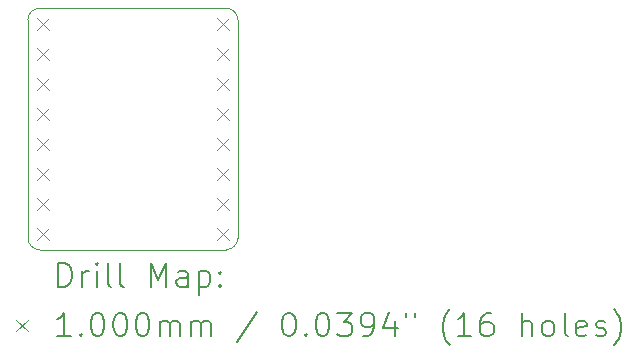
<source format=gbr>
%TF.GenerationSoftware,KiCad,Pcbnew,9.0.6*%
%TF.CreationDate,2026-01-08T00:16:11-06:00*%
%TF.ProjectId,SMDIP-16_7.62x19.84_P2.54,534d4449-502d-4313-965f-372e36327831,rev?*%
%TF.SameCoordinates,Original*%
%TF.FileFunction,Drillmap*%
%TF.FilePolarity,Positive*%
%FSLAX45Y45*%
G04 Gerber Fmt 4.5, Leading zero omitted, Abs format (unit mm)*
G04 Created by KiCad (PCBNEW 9.0.6) date 2026-01-08 00:16:11*
%MOMM*%
%LPD*%
G01*
G04 APERTURE LIST*
%ADD10C,0.050000*%
%ADD11C,0.200000*%
%ADD12C,0.100000*%
G04 APERTURE END LIST*
D10*
X14251000Y-8756755D02*
G75*
G02*
X14350995Y-8856755I0J-99995D01*
G01*
X12673000Y-8756755D02*
X14251000Y-8756755D01*
X14351000Y-8856755D02*
X14351000Y-10701245D01*
X12673000Y-10801245D02*
G75*
G02*
X12573005Y-10701245I0J99995D01*
G01*
X14251000Y-10801245D02*
X12673000Y-10801245D01*
X14351000Y-10701245D02*
G75*
G02*
X14251000Y-10801250I-100000J-5D01*
G01*
X12573000Y-10701245D02*
X12573000Y-8856755D01*
X12573000Y-8856755D02*
G75*
G02*
X12673000Y-8756760I99990J5D01*
G01*
D11*
D12*
X12649523Y-8840000D02*
X12749523Y-8940000D01*
X12749523Y-8840000D02*
X12649523Y-8940000D01*
X12649523Y-9094000D02*
X12749523Y-9194000D01*
X12749523Y-9094000D02*
X12649523Y-9194000D01*
X12649523Y-9348000D02*
X12749523Y-9448000D01*
X12749523Y-9348000D02*
X12649523Y-9448000D01*
X12649523Y-9602000D02*
X12749523Y-9702000D01*
X12749523Y-9602000D02*
X12649523Y-9702000D01*
X12649523Y-9856000D02*
X12749523Y-9956000D01*
X12749523Y-9856000D02*
X12649523Y-9956000D01*
X12649523Y-10110000D02*
X12749523Y-10210000D01*
X12749523Y-10110000D02*
X12649523Y-10210000D01*
X12649523Y-10364000D02*
X12749523Y-10464000D01*
X12749523Y-10364000D02*
X12649523Y-10464000D01*
X12649523Y-10618000D02*
X12749523Y-10718000D01*
X12749523Y-10618000D02*
X12649523Y-10718000D01*
X14173523Y-8840000D02*
X14273523Y-8940000D01*
X14273523Y-8840000D02*
X14173523Y-8940000D01*
X14173523Y-9094000D02*
X14273523Y-9194000D01*
X14273523Y-9094000D02*
X14173523Y-9194000D01*
X14173523Y-9348000D02*
X14273523Y-9448000D01*
X14273523Y-9348000D02*
X14173523Y-9448000D01*
X14173523Y-9602000D02*
X14273523Y-9702000D01*
X14273523Y-9602000D02*
X14173523Y-9702000D01*
X14173523Y-9856000D02*
X14273523Y-9956000D01*
X14273523Y-9856000D02*
X14173523Y-9956000D01*
X14173523Y-10110000D02*
X14273523Y-10210000D01*
X14273523Y-10110000D02*
X14173523Y-10210000D01*
X14173523Y-10364000D02*
X14273523Y-10464000D01*
X14273523Y-10364000D02*
X14173523Y-10464000D01*
X14173523Y-10618000D02*
X14273523Y-10718000D01*
X14273523Y-10618000D02*
X14173523Y-10718000D01*
D11*
X12831277Y-11115229D02*
X12831277Y-10915229D01*
X12831277Y-10915229D02*
X12878896Y-10915229D01*
X12878896Y-10915229D02*
X12907467Y-10924753D01*
X12907467Y-10924753D02*
X12926515Y-10943801D01*
X12926515Y-10943801D02*
X12936039Y-10962848D01*
X12936039Y-10962848D02*
X12945562Y-11000943D01*
X12945562Y-11000943D02*
X12945562Y-11029515D01*
X12945562Y-11029515D02*
X12936039Y-11067610D01*
X12936039Y-11067610D02*
X12926515Y-11086658D01*
X12926515Y-11086658D02*
X12907467Y-11105705D01*
X12907467Y-11105705D02*
X12878896Y-11115229D01*
X12878896Y-11115229D02*
X12831277Y-11115229D01*
X13031277Y-11115229D02*
X13031277Y-10981896D01*
X13031277Y-11019991D02*
X13040801Y-11000943D01*
X13040801Y-11000943D02*
X13050324Y-10991420D01*
X13050324Y-10991420D02*
X13069372Y-10981896D01*
X13069372Y-10981896D02*
X13088420Y-10981896D01*
X13155086Y-11115229D02*
X13155086Y-10981896D01*
X13155086Y-10915229D02*
X13145562Y-10924753D01*
X13145562Y-10924753D02*
X13155086Y-10934277D01*
X13155086Y-10934277D02*
X13164610Y-10924753D01*
X13164610Y-10924753D02*
X13155086Y-10915229D01*
X13155086Y-10915229D02*
X13155086Y-10934277D01*
X13278896Y-11115229D02*
X13259848Y-11105705D01*
X13259848Y-11105705D02*
X13250324Y-11086658D01*
X13250324Y-11086658D02*
X13250324Y-10915229D01*
X13383658Y-11115229D02*
X13364610Y-11105705D01*
X13364610Y-11105705D02*
X13355086Y-11086658D01*
X13355086Y-11086658D02*
X13355086Y-10915229D01*
X13612229Y-11115229D02*
X13612229Y-10915229D01*
X13612229Y-10915229D02*
X13678896Y-11058086D01*
X13678896Y-11058086D02*
X13745562Y-10915229D01*
X13745562Y-10915229D02*
X13745562Y-11115229D01*
X13926515Y-11115229D02*
X13926515Y-11010467D01*
X13926515Y-11010467D02*
X13916991Y-10991420D01*
X13916991Y-10991420D02*
X13897943Y-10981896D01*
X13897943Y-10981896D02*
X13859848Y-10981896D01*
X13859848Y-10981896D02*
X13840801Y-10991420D01*
X13926515Y-11105705D02*
X13907467Y-11115229D01*
X13907467Y-11115229D02*
X13859848Y-11115229D01*
X13859848Y-11115229D02*
X13840801Y-11105705D01*
X13840801Y-11105705D02*
X13831277Y-11086658D01*
X13831277Y-11086658D02*
X13831277Y-11067610D01*
X13831277Y-11067610D02*
X13840801Y-11048562D01*
X13840801Y-11048562D02*
X13859848Y-11039039D01*
X13859848Y-11039039D02*
X13907467Y-11039039D01*
X13907467Y-11039039D02*
X13926515Y-11029515D01*
X14021753Y-10981896D02*
X14021753Y-11181896D01*
X14021753Y-10991420D02*
X14040801Y-10981896D01*
X14040801Y-10981896D02*
X14078896Y-10981896D01*
X14078896Y-10981896D02*
X14097943Y-10991420D01*
X14097943Y-10991420D02*
X14107467Y-11000943D01*
X14107467Y-11000943D02*
X14116991Y-11019991D01*
X14116991Y-11019991D02*
X14116991Y-11077134D01*
X14116991Y-11077134D02*
X14107467Y-11096181D01*
X14107467Y-11096181D02*
X14097943Y-11105705D01*
X14097943Y-11105705D02*
X14078896Y-11115229D01*
X14078896Y-11115229D02*
X14040801Y-11115229D01*
X14040801Y-11115229D02*
X14021753Y-11105705D01*
X14202705Y-11096181D02*
X14212229Y-11105705D01*
X14212229Y-11105705D02*
X14202705Y-11115229D01*
X14202705Y-11115229D02*
X14193182Y-11105705D01*
X14193182Y-11105705D02*
X14202705Y-11096181D01*
X14202705Y-11096181D02*
X14202705Y-11115229D01*
X14202705Y-10991420D02*
X14212229Y-11000943D01*
X14212229Y-11000943D02*
X14202705Y-11010467D01*
X14202705Y-11010467D02*
X14193182Y-11000943D01*
X14193182Y-11000943D02*
X14202705Y-10991420D01*
X14202705Y-10991420D02*
X14202705Y-11010467D01*
D12*
X12470500Y-11393745D02*
X12570500Y-11493745D01*
X12570500Y-11393745D02*
X12470500Y-11493745D01*
D11*
X12936039Y-11535229D02*
X12821753Y-11535229D01*
X12878896Y-11535229D02*
X12878896Y-11335229D01*
X12878896Y-11335229D02*
X12859848Y-11363800D01*
X12859848Y-11363800D02*
X12840801Y-11382848D01*
X12840801Y-11382848D02*
X12821753Y-11392372D01*
X13021753Y-11516181D02*
X13031277Y-11525705D01*
X13031277Y-11525705D02*
X13021753Y-11535229D01*
X13021753Y-11535229D02*
X13012229Y-11525705D01*
X13012229Y-11525705D02*
X13021753Y-11516181D01*
X13021753Y-11516181D02*
X13021753Y-11535229D01*
X13155086Y-11335229D02*
X13174134Y-11335229D01*
X13174134Y-11335229D02*
X13193182Y-11344753D01*
X13193182Y-11344753D02*
X13202705Y-11354277D01*
X13202705Y-11354277D02*
X13212229Y-11373324D01*
X13212229Y-11373324D02*
X13221753Y-11411419D01*
X13221753Y-11411419D02*
X13221753Y-11459039D01*
X13221753Y-11459039D02*
X13212229Y-11497134D01*
X13212229Y-11497134D02*
X13202705Y-11516181D01*
X13202705Y-11516181D02*
X13193182Y-11525705D01*
X13193182Y-11525705D02*
X13174134Y-11535229D01*
X13174134Y-11535229D02*
X13155086Y-11535229D01*
X13155086Y-11535229D02*
X13136039Y-11525705D01*
X13136039Y-11525705D02*
X13126515Y-11516181D01*
X13126515Y-11516181D02*
X13116991Y-11497134D01*
X13116991Y-11497134D02*
X13107467Y-11459039D01*
X13107467Y-11459039D02*
X13107467Y-11411419D01*
X13107467Y-11411419D02*
X13116991Y-11373324D01*
X13116991Y-11373324D02*
X13126515Y-11354277D01*
X13126515Y-11354277D02*
X13136039Y-11344753D01*
X13136039Y-11344753D02*
X13155086Y-11335229D01*
X13345562Y-11335229D02*
X13364610Y-11335229D01*
X13364610Y-11335229D02*
X13383658Y-11344753D01*
X13383658Y-11344753D02*
X13393182Y-11354277D01*
X13393182Y-11354277D02*
X13402705Y-11373324D01*
X13402705Y-11373324D02*
X13412229Y-11411419D01*
X13412229Y-11411419D02*
X13412229Y-11459039D01*
X13412229Y-11459039D02*
X13402705Y-11497134D01*
X13402705Y-11497134D02*
X13393182Y-11516181D01*
X13393182Y-11516181D02*
X13383658Y-11525705D01*
X13383658Y-11525705D02*
X13364610Y-11535229D01*
X13364610Y-11535229D02*
X13345562Y-11535229D01*
X13345562Y-11535229D02*
X13326515Y-11525705D01*
X13326515Y-11525705D02*
X13316991Y-11516181D01*
X13316991Y-11516181D02*
X13307467Y-11497134D01*
X13307467Y-11497134D02*
X13297943Y-11459039D01*
X13297943Y-11459039D02*
X13297943Y-11411419D01*
X13297943Y-11411419D02*
X13307467Y-11373324D01*
X13307467Y-11373324D02*
X13316991Y-11354277D01*
X13316991Y-11354277D02*
X13326515Y-11344753D01*
X13326515Y-11344753D02*
X13345562Y-11335229D01*
X13536039Y-11335229D02*
X13555086Y-11335229D01*
X13555086Y-11335229D02*
X13574134Y-11344753D01*
X13574134Y-11344753D02*
X13583658Y-11354277D01*
X13583658Y-11354277D02*
X13593182Y-11373324D01*
X13593182Y-11373324D02*
X13602705Y-11411419D01*
X13602705Y-11411419D02*
X13602705Y-11459039D01*
X13602705Y-11459039D02*
X13593182Y-11497134D01*
X13593182Y-11497134D02*
X13583658Y-11516181D01*
X13583658Y-11516181D02*
X13574134Y-11525705D01*
X13574134Y-11525705D02*
X13555086Y-11535229D01*
X13555086Y-11535229D02*
X13536039Y-11535229D01*
X13536039Y-11535229D02*
X13516991Y-11525705D01*
X13516991Y-11525705D02*
X13507467Y-11516181D01*
X13507467Y-11516181D02*
X13497943Y-11497134D01*
X13497943Y-11497134D02*
X13488420Y-11459039D01*
X13488420Y-11459039D02*
X13488420Y-11411419D01*
X13488420Y-11411419D02*
X13497943Y-11373324D01*
X13497943Y-11373324D02*
X13507467Y-11354277D01*
X13507467Y-11354277D02*
X13516991Y-11344753D01*
X13516991Y-11344753D02*
X13536039Y-11335229D01*
X13688420Y-11535229D02*
X13688420Y-11401896D01*
X13688420Y-11420943D02*
X13697943Y-11411419D01*
X13697943Y-11411419D02*
X13716991Y-11401896D01*
X13716991Y-11401896D02*
X13745563Y-11401896D01*
X13745563Y-11401896D02*
X13764610Y-11411419D01*
X13764610Y-11411419D02*
X13774134Y-11430467D01*
X13774134Y-11430467D02*
X13774134Y-11535229D01*
X13774134Y-11430467D02*
X13783658Y-11411419D01*
X13783658Y-11411419D02*
X13802705Y-11401896D01*
X13802705Y-11401896D02*
X13831277Y-11401896D01*
X13831277Y-11401896D02*
X13850324Y-11411419D01*
X13850324Y-11411419D02*
X13859848Y-11430467D01*
X13859848Y-11430467D02*
X13859848Y-11535229D01*
X13955086Y-11535229D02*
X13955086Y-11401896D01*
X13955086Y-11420943D02*
X13964610Y-11411419D01*
X13964610Y-11411419D02*
X13983658Y-11401896D01*
X13983658Y-11401896D02*
X14012229Y-11401896D01*
X14012229Y-11401896D02*
X14031277Y-11411419D01*
X14031277Y-11411419D02*
X14040801Y-11430467D01*
X14040801Y-11430467D02*
X14040801Y-11535229D01*
X14040801Y-11430467D02*
X14050324Y-11411419D01*
X14050324Y-11411419D02*
X14069372Y-11401896D01*
X14069372Y-11401896D02*
X14097943Y-11401896D01*
X14097943Y-11401896D02*
X14116991Y-11411419D01*
X14116991Y-11411419D02*
X14126515Y-11430467D01*
X14126515Y-11430467D02*
X14126515Y-11535229D01*
X14516991Y-11325705D02*
X14345563Y-11582848D01*
X14774134Y-11335229D02*
X14793182Y-11335229D01*
X14793182Y-11335229D02*
X14812229Y-11344753D01*
X14812229Y-11344753D02*
X14821753Y-11354277D01*
X14821753Y-11354277D02*
X14831277Y-11373324D01*
X14831277Y-11373324D02*
X14840801Y-11411419D01*
X14840801Y-11411419D02*
X14840801Y-11459039D01*
X14840801Y-11459039D02*
X14831277Y-11497134D01*
X14831277Y-11497134D02*
X14821753Y-11516181D01*
X14821753Y-11516181D02*
X14812229Y-11525705D01*
X14812229Y-11525705D02*
X14793182Y-11535229D01*
X14793182Y-11535229D02*
X14774134Y-11535229D01*
X14774134Y-11535229D02*
X14755086Y-11525705D01*
X14755086Y-11525705D02*
X14745563Y-11516181D01*
X14745563Y-11516181D02*
X14736039Y-11497134D01*
X14736039Y-11497134D02*
X14726515Y-11459039D01*
X14726515Y-11459039D02*
X14726515Y-11411419D01*
X14726515Y-11411419D02*
X14736039Y-11373324D01*
X14736039Y-11373324D02*
X14745563Y-11354277D01*
X14745563Y-11354277D02*
X14755086Y-11344753D01*
X14755086Y-11344753D02*
X14774134Y-11335229D01*
X14926515Y-11516181D02*
X14936039Y-11525705D01*
X14936039Y-11525705D02*
X14926515Y-11535229D01*
X14926515Y-11535229D02*
X14916991Y-11525705D01*
X14916991Y-11525705D02*
X14926515Y-11516181D01*
X14926515Y-11516181D02*
X14926515Y-11535229D01*
X15059848Y-11335229D02*
X15078896Y-11335229D01*
X15078896Y-11335229D02*
X15097944Y-11344753D01*
X15097944Y-11344753D02*
X15107467Y-11354277D01*
X15107467Y-11354277D02*
X15116991Y-11373324D01*
X15116991Y-11373324D02*
X15126515Y-11411419D01*
X15126515Y-11411419D02*
X15126515Y-11459039D01*
X15126515Y-11459039D02*
X15116991Y-11497134D01*
X15116991Y-11497134D02*
X15107467Y-11516181D01*
X15107467Y-11516181D02*
X15097944Y-11525705D01*
X15097944Y-11525705D02*
X15078896Y-11535229D01*
X15078896Y-11535229D02*
X15059848Y-11535229D01*
X15059848Y-11535229D02*
X15040801Y-11525705D01*
X15040801Y-11525705D02*
X15031277Y-11516181D01*
X15031277Y-11516181D02*
X15021753Y-11497134D01*
X15021753Y-11497134D02*
X15012229Y-11459039D01*
X15012229Y-11459039D02*
X15012229Y-11411419D01*
X15012229Y-11411419D02*
X15021753Y-11373324D01*
X15021753Y-11373324D02*
X15031277Y-11354277D01*
X15031277Y-11354277D02*
X15040801Y-11344753D01*
X15040801Y-11344753D02*
X15059848Y-11335229D01*
X15193182Y-11335229D02*
X15316991Y-11335229D01*
X15316991Y-11335229D02*
X15250325Y-11411419D01*
X15250325Y-11411419D02*
X15278896Y-11411419D01*
X15278896Y-11411419D02*
X15297944Y-11420943D01*
X15297944Y-11420943D02*
X15307467Y-11430467D01*
X15307467Y-11430467D02*
X15316991Y-11449515D01*
X15316991Y-11449515D02*
X15316991Y-11497134D01*
X15316991Y-11497134D02*
X15307467Y-11516181D01*
X15307467Y-11516181D02*
X15297944Y-11525705D01*
X15297944Y-11525705D02*
X15278896Y-11535229D01*
X15278896Y-11535229D02*
X15221753Y-11535229D01*
X15221753Y-11535229D02*
X15202706Y-11525705D01*
X15202706Y-11525705D02*
X15193182Y-11516181D01*
X15412229Y-11535229D02*
X15450325Y-11535229D01*
X15450325Y-11535229D02*
X15469372Y-11525705D01*
X15469372Y-11525705D02*
X15478896Y-11516181D01*
X15478896Y-11516181D02*
X15497944Y-11487610D01*
X15497944Y-11487610D02*
X15507467Y-11449515D01*
X15507467Y-11449515D02*
X15507467Y-11373324D01*
X15507467Y-11373324D02*
X15497944Y-11354277D01*
X15497944Y-11354277D02*
X15488420Y-11344753D01*
X15488420Y-11344753D02*
X15469372Y-11335229D01*
X15469372Y-11335229D02*
X15431277Y-11335229D01*
X15431277Y-11335229D02*
X15412229Y-11344753D01*
X15412229Y-11344753D02*
X15402706Y-11354277D01*
X15402706Y-11354277D02*
X15393182Y-11373324D01*
X15393182Y-11373324D02*
X15393182Y-11420943D01*
X15393182Y-11420943D02*
X15402706Y-11439991D01*
X15402706Y-11439991D02*
X15412229Y-11449515D01*
X15412229Y-11449515D02*
X15431277Y-11459039D01*
X15431277Y-11459039D02*
X15469372Y-11459039D01*
X15469372Y-11459039D02*
X15488420Y-11449515D01*
X15488420Y-11449515D02*
X15497944Y-11439991D01*
X15497944Y-11439991D02*
X15507467Y-11420943D01*
X15678896Y-11401896D02*
X15678896Y-11535229D01*
X15631277Y-11325705D02*
X15583658Y-11468562D01*
X15583658Y-11468562D02*
X15707467Y-11468562D01*
X15774134Y-11335229D02*
X15774134Y-11373324D01*
X15850325Y-11335229D02*
X15850325Y-11373324D01*
X16145563Y-11611419D02*
X16136039Y-11601896D01*
X16136039Y-11601896D02*
X16116991Y-11573324D01*
X16116991Y-11573324D02*
X16107468Y-11554277D01*
X16107468Y-11554277D02*
X16097944Y-11525705D01*
X16097944Y-11525705D02*
X16088420Y-11478086D01*
X16088420Y-11478086D02*
X16088420Y-11439991D01*
X16088420Y-11439991D02*
X16097944Y-11392372D01*
X16097944Y-11392372D02*
X16107468Y-11363800D01*
X16107468Y-11363800D02*
X16116991Y-11344753D01*
X16116991Y-11344753D02*
X16136039Y-11316181D01*
X16136039Y-11316181D02*
X16145563Y-11306658D01*
X16326515Y-11535229D02*
X16212229Y-11535229D01*
X16269372Y-11535229D02*
X16269372Y-11335229D01*
X16269372Y-11335229D02*
X16250325Y-11363800D01*
X16250325Y-11363800D02*
X16231277Y-11382848D01*
X16231277Y-11382848D02*
X16212229Y-11392372D01*
X16497944Y-11335229D02*
X16459848Y-11335229D01*
X16459848Y-11335229D02*
X16440801Y-11344753D01*
X16440801Y-11344753D02*
X16431277Y-11354277D01*
X16431277Y-11354277D02*
X16412229Y-11382848D01*
X16412229Y-11382848D02*
X16402706Y-11420943D01*
X16402706Y-11420943D02*
X16402706Y-11497134D01*
X16402706Y-11497134D02*
X16412229Y-11516181D01*
X16412229Y-11516181D02*
X16421753Y-11525705D01*
X16421753Y-11525705D02*
X16440801Y-11535229D01*
X16440801Y-11535229D02*
X16478896Y-11535229D01*
X16478896Y-11535229D02*
X16497944Y-11525705D01*
X16497944Y-11525705D02*
X16507468Y-11516181D01*
X16507468Y-11516181D02*
X16516991Y-11497134D01*
X16516991Y-11497134D02*
X16516991Y-11449515D01*
X16516991Y-11449515D02*
X16507468Y-11430467D01*
X16507468Y-11430467D02*
X16497944Y-11420943D01*
X16497944Y-11420943D02*
X16478896Y-11411419D01*
X16478896Y-11411419D02*
X16440801Y-11411419D01*
X16440801Y-11411419D02*
X16421753Y-11420943D01*
X16421753Y-11420943D02*
X16412229Y-11430467D01*
X16412229Y-11430467D02*
X16402706Y-11449515D01*
X16755087Y-11535229D02*
X16755087Y-11335229D01*
X16840801Y-11535229D02*
X16840801Y-11430467D01*
X16840801Y-11430467D02*
X16831277Y-11411419D01*
X16831277Y-11411419D02*
X16812230Y-11401896D01*
X16812230Y-11401896D02*
X16783658Y-11401896D01*
X16783658Y-11401896D02*
X16764610Y-11411419D01*
X16764610Y-11411419D02*
X16755087Y-11420943D01*
X16964611Y-11535229D02*
X16945563Y-11525705D01*
X16945563Y-11525705D02*
X16936039Y-11516181D01*
X16936039Y-11516181D02*
X16926515Y-11497134D01*
X16926515Y-11497134D02*
X16926515Y-11439991D01*
X16926515Y-11439991D02*
X16936039Y-11420943D01*
X16936039Y-11420943D02*
X16945563Y-11411419D01*
X16945563Y-11411419D02*
X16964611Y-11401896D01*
X16964611Y-11401896D02*
X16993182Y-11401896D01*
X16993182Y-11401896D02*
X17012230Y-11411419D01*
X17012230Y-11411419D02*
X17021753Y-11420943D01*
X17021753Y-11420943D02*
X17031277Y-11439991D01*
X17031277Y-11439991D02*
X17031277Y-11497134D01*
X17031277Y-11497134D02*
X17021753Y-11516181D01*
X17021753Y-11516181D02*
X17012230Y-11525705D01*
X17012230Y-11525705D02*
X16993182Y-11535229D01*
X16993182Y-11535229D02*
X16964611Y-11535229D01*
X17145563Y-11535229D02*
X17126515Y-11525705D01*
X17126515Y-11525705D02*
X17116992Y-11506658D01*
X17116992Y-11506658D02*
X17116992Y-11335229D01*
X17297944Y-11525705D02*
X17278896Y-11535229D01*
X17278896Y-11535229D02*
X17240801Y-11535229D01*
X17240801Y-11535229D02*
X17221753Y-11525705D01*
X17221753Y-11525705D02*
X17212230Y-11506658D01*
X17212230Y-11506658D02*
X17212230Y-11430467D01*
X17212230Y-11430467D02*
X17221753Y-11411419D01*
X17221753Y-11411419D02*
X17240801Y-11401896D01*
X17240801Y-11401896D02*
X17278896Y-11401896D01*
X17278896Y-11401896D02*
X17297944Y-11411419D01*
X17297944Y-11411419D02*
X17307468Y-11430467D01*
X17307468Y-11430467D02*
X17307468Y-11449515D01*
X17307468Y-11449515D02*
X17212230Y-11468562D01*
X17383658Y-11525705D02*
X17402706Y-11535229D01*
X17402706Y-11535229D02*
X17440801Y-11535229D01*
X17440801Y-11535229D02*
X17459849Y-11525705D01*
X17459849Y-11525705D02*
X17469373Y-11506658D01*
X17469373Y-11506658D02*
X17469373Y-11497134D01*
X17469373Y-11497134D02*
X17459849Y-11478086D01*
X17459849Y-11478086D02*
X17440801Y-11468562D01*
X17440801Y-11468562D02*
X17412230Y-11468562D01*
X17412230Y-11468562D02*
X17393182Y-11459039D01*
X17393182Y-11459039D02*
X17383658Y-11439991D01*
X17383658Y-11439991D02*
X17383658Y-11430467D01*
X17383658Y-11430467D02*
X17393182Y-11411419D01*
X17393182Y-11411419D02*
X17412230Y-11401896D01*
X17412230Y-11401896D02*
X17440801Y-11401896D01*
X17440801Y-11401896D02*
X17459849Y-11411419D01*
X17536039Y-11611419D02*
X17545563Y-11601896D01*
X17545563Y-11601896D02*
X17564611Y-11573324D01*
X17564611Y-11573324D02*
X17574134Y-11554277D01*
X17574134Y-11554277D02*
X17583658Y-11525705D01*
X17583658Y-11525705D02*
X17593182Y-11478086D01*
X17593182Y-11478086D02*
X17593182Y-11439991D01*
X17593182Y-11439991D02*
X17583658Y-11392372D01*
X17583658Y-11392372D02*
X17574134Y-11363800D01*
X17574134Y-11363800D02*
X17564611Y-11344753D01*
X17564611Y-11344753D02*
X17545563Y-11316181D01*
X17545563Y-11316181D02*
X17536039Y-11306658D01*
M02*

</source>
